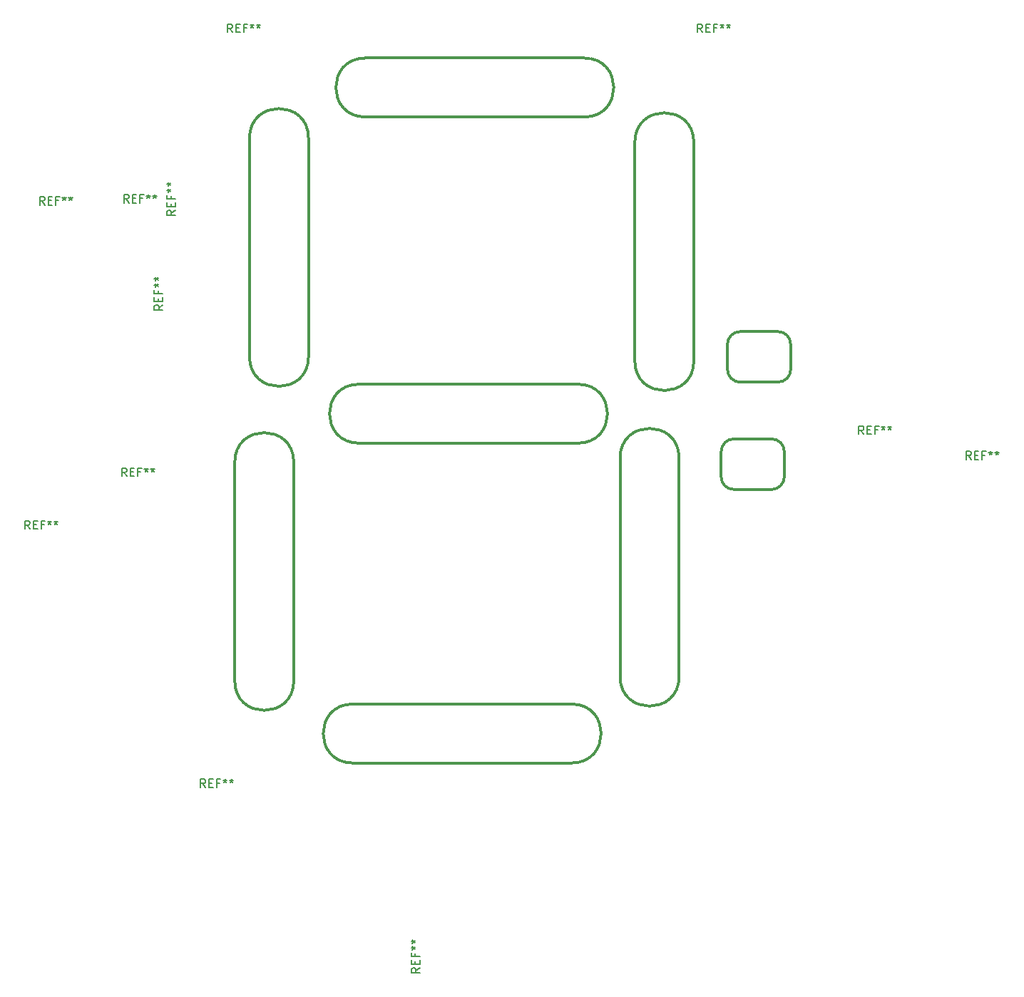
<source format=gbr>
G04 #@! TF.GenerationSoftware,KiCad,Pcbnew,(5.0.0)*
G04 #@! TF.CreationDate,2020-08-12T18:59:31-04:00*
G04 #@! TF.ProjectId,WS2812 Clock,57533238313220436C6F636B2E6B6963,rev?*
G04 #@! TF.SameCoordinates,Original*
G04 #@! TF.FileFunction,Legend,Top*
G04 #@! TF.FilePolarity,Positive*
%FSLAX46Y46*%
G04 Gerber Fmt 4.6, Leading zero omitted, Abs format (unit mm)*
G04 Created by KiCad (PCBNEW (5.0.0)) date 08/12/20 18:59:31*
%MOMM*%
%LPD*%
G01*
G04 APERTURE LIST*
%ADD10C,0.300000*%
%ADD11C,0.150000*%
G04 APERTURE END LIST*
D10*
G04 #@! TO.C,REF\002A\002A*
X236750000Y-70500000D02*
X241250000Y-70500000D01*
X236750000Y-70500000D02*
G75*
G02X235250000Y-69000000I0J1500000D01*
G01*
X235250000Y-66000000D02*
X235250000Y-69000000D01*
X235250000Y-66000000D02*
G75*
G02X236750000Y-64500000I1500000J0D01*
G01*
X241250000Y-64500000D02*
X236750000Y-64500000D01*
X241250000Y-64500000D02*
G75*
G02X242750000Y-66000000I0J-1500000D01*
G01*
X242750000Y-69000000D02*
G75*
G02X241250000Y-70500000I-1500000J0D01*
G01*
X242750000Y-69000000D02*
X242750000Y-66000000D01*
X192250000Y-39000000D02*
X218250000Y-39000000D01*
X218250000Y-32000000D02*
X192250000Y-32000000D01*
X218250000Y-39000000D02*
G75*
G03X218250000Y-32000000I0J3500000D01*
G01*
X192250000Y-39000000D02*
G75*
G02X192250000Y-32000000I0J3500000D01*
G01*
X217500000Y-70750000D02*
X191500000Y-70750000D01*
X191500000Y-77750000D02*
X217500000Y-77750000D01*
X191500000Y-70750000D02*
G75*
G03X191500000Y-77750000I0J-3500000D01*
G01*
X217500000Y-70750000D02*
G75*
G02X217500000Y-77750000I0J-3500000D01*
G01*
X178500000Y-41500000D02*
X178500000Y-67500000D01*
X185500000Y-67500000D02*
X185500000Y-41500000D01*
X178500000Y-67500000D02*
G75*
G03X185500000Y-67500000I3500000J0D01*
G01*
X178500000Y-41500000D02*
G75*
G02X185500000Y-41500000I3500000J0D01*
G01*
X222500000Y-79500000D02*
X222500000Y-105500000D01*
X229500000Y-105500000D02*
X229500000Y-79500000D01*
X222500000Y-105500000D02*
G75*
G03X229500000Y-105500000I3500000J0D01*
G01*
X222500000Y-79500000D02*
G75*
G02X229500000Y-79500000I3500000J0D01*
G01*
X176750000Y-80000000D02*
X176750000Y-106000000D01*
X183750000Y-106000000D02*
X183750000Y-80000000D01*
X176750000Y-106000000D02*
G75*
G03X183750000Y-106000000I3500000J0D01*
G01*
X176750000Y-80000000D02*
G75*
G02X183750000Y-80000000I3500000J0D01*
G01*
X190750000Y-115750000D02*
X216750000Y-115750000D01*
X216750000Y-108750000D02*
X190750000Y-108750000D01*
X216750000Y-115750000D02*
G75*
G03X216750000Y-108750000I0J3500000D01*
G01*
X190750000Y-115750000D02*
G75*
G02X190750000Y-108750000I0J3500000D01*
G01*
X224250000Y-42000000D02*
X224250000Y-68000000D01*
X231250000Y-68000000D02*
X231250000Y-42000000D01*
X224250000Y-68000000D02*
G75*
G03X231250000Y-68000000I3500000J0D01*
G01*
X224250000Y-42000000D02*
G75*
G02X231250000Y-42000000I3500000J0D01*
G01*
X242000000Y-81750000D02*
X242000000Y-78750000D01*
X242000000Y-81750000D02*
G75*
G02X240500000Y-83250000I-1500000J0D01*
G01*
X240500000Y-77250000D02*
G75*
G02X242000000Y-78750000I0J-1500000D01*
G01*
X240500000Y-77250000D02*
X236000000Y-77250000D01*
X234500000Y-78750000D02*
G75*
G02X236000000Y-77250000I1500000J0D01*
G01*
X234500000Y-78750000D02*
X234500000Y-81750000D01*
X236000000Y-83250000D02*
G75*
G02X234500000Y-81750000I0J1500000D01*
G01*
X236000000Y-83250000D02*
X240500000Y-83250000D01*
D11*
X264166666Y-79702380D02*
X263833333Y-79226190D01*
X263595238Y-79702380D02*
X263595238Y-78702380D01*
X263976190Y-78702380D01*
X264071428Y-78750000D01*
X264119047Y-78797619D01*
X264166666Y-78892857D01*
X264166666Y-79035714D01*
X264119047Y-79130952D01*
X264071428Y-79178571D01*
X263976190Y-79226190D01*
X263595238Y-79226190D01*
X264595238Y-79178571D02*
X264928571Y-79178571D01*
X265071428Y-79702380D02*
X264595238Y-79702380D01*
X264595238Y-78702380D01*
X265071428Y-78702380D01*
X265833333Y-79178571D02*
X265500000Y-79178571D01*
X265500000Y-79702380D02*
X265500000Y-78702380D01*
X265976190Y-78702380D01*
X266500000Y-78702380D02*
X266500000Y-78940476D01*
X266261904Y-78845238D02*
X266500000Y-78940476D01*
X266738095Y-78845238D01*
X266357142Y-79130952D02*
X266500000Y-78940476D01*
X266642857Y-79130952D01*
X267261904Y-78702380D02*
X267261904Y-78940476D01*
X267023809Y-78845238D02*
X267261904Y-78940476D01*
X267500000Y-78845238D01*
X267119047Y-79130952D02*
X267261904Y-78940476D01*
X267404761Y-79130952D01*
X168202380Y-61333333D02*
X167726190Y-61666666D01*
X168202380Y-61904761D02*
X167202380Y-61904761D01*
X167202380Y-61523809D01*
X167250000Y-61428571D01*
X167297619Y-61380952D01*
X167392857Y-61333333D01*
X167535714Y-61333333D01*
X167630952Y-61380952D01*
X167678571Y-61428571D01*
X167726190Y-61523809D01*
X167726190Y-61904761D01*
X167678571Y-60904761D02*
X167678571Y-60571428D01*
X168202380Y-60428571D02*
X168202380Y-60904761D01*
X167202380Y-60904761D01*
X167202380Y-60428571D01*
X167678571Y-59666666D02*
X167678571Y-60000000D01*
X168202380Y-60000000D02*
X167202380Y-60000000D01*
X167202380Y-59523809D01*
X167202380Y-59000000D02*
X167440476Y-59000000D01*
X167345238Y-59238095D02*
X167440476Y-59000000D01*
X167345238Y-58761904D01*
X167630952Y-59142857D02*
X167440476Y-59000000D01*
X167630952Y-58857142D01*
X167202380Y-58238095D02*
X167440476Y-58238095D01*
X167345238Y-58476190D02*
X167440476Y-58238095D01*
X167345238Y-58000000D01*
X167630952Y-58380952D02*
X167440476Y-58238095D01*
X167630952Y-58095238D01*
X169702380Y-50083333D02*
X169226190Y-50416666D01*
X169702380Y-50654761D02*
X168702380Y-50654761D01*
X168702380Y-50273809D01*
X168750000Y-50178571D01*
X168797619Y-50130952D01*
X168892857Y-50083333D01*
X169035714Y-50083333D01*
X169130952Y-50130952D01*
X169178571Y-50178571D01*
X169226190Y-50273809D01*
X169226190Y-50654761D01*
X169178571Y-49654761D02*
X169178571Y-49321428D01*
X169702380Y-49178571D02*
X169702380Y-49654761D01*
X168702380Y-49654761D01*
X168702380Y-49178571D01*
X169178571Y-48416666D02*
X169178571Y-48750000D01*
X169702380Y-48750000D02*
X168702380Y-48750000D01*
X168702380Y-48273809D01*
X168702380Y-47750000D02*
X168940476Y-47750000D01*
X168845238Y-47988095D02*
X168940476Y-47750000D01*
X168845238Y-47511904D01*
X169130952Y-47892857D02*
X168940476Y-47750000D01*
X169130952Y-47607142D01*
X168702380Y-46988095D02*
X168940476Y-46988095D01*
X168845238Y-47226190D02*
X168940476Y-46988095D01*
X168845238Y-46750000D01*
X169130952Y-47130952D02*
X168940476Y-46988095D01*
X169130952Y-46845238D01*
X154166666Y-49452380D02*
X153833333Y-48976190D01*
X153595238Y-49452380D02*
X153595238Y-48452380D01*
X153976190Y-48452380D01*
X154071428Y-48500000D01*
X154119047Y-48547619D01*
X154166666Y-48642857D01*
X154166666Y-48785714D01*
X154119047Y-48880952D01*
X154071428Y-48928571D01*
X153976190Y-48976190D01*
X153595238Y-48976190D01*
X154595238Y-48928571D02*
X154928571Y-48928571D01*
X155071428Y-49452380D02*
X154595238Y-49452380D01*
X154595238Y-48452380D01*
X155071428Y-48452380D01*
X155833333Y-48928571D02*
X155500000Y-48928571D01*
X155500000Y-49452380D02*
X155500000Y-48452380D01*
X155976190Y-48452380D01*
X156500000Y-48452380D02*
X156500000Y-48690476D01*
X156261904Y-48595238D02*
X156500000Y-48690476D01*
X156738095Y-48595238D01*
X156357142Y-48880952D02*
X156500000Y-48690476D01*
X156642857Y-48880952D01*
X157261904Y-48452380D02*
X157261904Y-48690476D01*
X157023809Y-48595238D02*
X157261904Y-48690476D01*
X157500000Y-48595238D01*
X157119047Y-48880952D02*
X157261904Y-48690476D01*
X157404761Y-48880952D01*
X163916666Y-81702380D02*
X163583333Y-81226190D01*
X163345238Y-81702380D02*
X163345238Y-80702380D01*
X163726190Y-80702380D01*
X163821428Y-80750000D01*
X163869047Y-80797619D01*
X163916666Y-80892857D01*
X163916666Y-81035714D01*
X163869047Y-81130952D01*
X163821428Y-81178571D01*
X163726190Y-81226190D01*
X163345238Y-81226190D01*
X164345238Y-81178571D02*
X164678571Y-81178571D01*
X164821428Y-81702380D02*
X164345238Y-81702380D01*
X164345238Y-80702380D01*
X164821428Y-80702380D01*
X165583333Y-81178571D02*
X165250000Y-81178571D01*
X165250000Y-81702380D02*
X165250000Y-80702380D01*
X165726190Y-80702380D01*
X166250000Y-80702380D02*
X166250000Y-80940476D01*
X166011904Y-80845238D02*
X166250000Y-80940476D01*
X166488095Y-80845238D01*
X166107142Y-81130952D02*
X166250000Y-80940476D01*
X166392857Y-81130952D01*
X167011904Y-80702380D02*
X167011904Y-80940476D01*
X166773809Y-80845238D02*
X167011904Y-80940476D01*
X167250000Y-80845238D01*
X166869047Y-81130952D02*
X167011904Y-80940476D01*
X167154761Y-81130952D01*
X152416666Y-87952380D02*
X152083333Y-87476190D01*
X151845238Y-87952380D02*
X151845238Y-86952380D01*
X152226190Y-86952380D01*
X152321428Y-87000000D01*
X152369047Y-87047619D01*
X152416666Y-87142857D01*
X152416666Y-87285714D01*
X152369047Y-87380952D01*
X152321428Y-87428571D01*
X152226190Y-87476190D01*
X151845238Y-87476190D01*
X152845238Y-87428571D02*
X153178571Y-87428571D01*
X153321428Y-87952380D02*
X152845238Y-87952380D01*
X152845238Y-86952380D01*
X153321428Y-86952380D01*
X154083333Y-87428571D02*
X153750000Y-87428571D01*
X153750000Y-87952380D02*
X153750000Y-86952380D01*
X154226190Y-86952380D01*
X154750000Y-86952380D02*
X154750000Y-87190476D01*
X154511904Y-87095238D02*
X154750000Y-87190476D01*
X154988095Y-87095238D01*
X154607142Y-87380952D02*
X154750000Y-87190476D01*
X154892857Y-87380952D01*
X155511904Y-86952380D02*
X155511904Y-87190476D01*
X155273809Y-87095238D02*
X155511904Y-87190476D01*
X155750000Y-87095238D01*
X155369047Y-87380952D02*
X155511904Y-87190476D01*
X155654761Y-87380952D01*
X198702380Y-140083333D02*
X198226190Y-140416666D01*
X198702380Y-140654761D02*
X197702380Y-140654761D01*
X197702380Y-140273809D01*
X197750000Y-140178571D01*
X197797619Y-140130952D01*
X197892857Y-140083333D01*
X198035714Y-140083333D01*
X198130952Y-140130952D01*
X198178571Y-140178571D01*
X198226190Y-140273809D01*
X198226190Y-140654761D01*
X198178571Y-139654761D02*
X198178571Y-139321428D01*
X198702380Y-139178571D02*
X198702380Y-139654761D01*
X197702380Y-139654761D01*
X197702380Y-139178571D01*
X198178571Y-138416666D02*
X198178571Y-138750000D01*
X198702380Y-138750000D02*
X197702380Y-138750000D01*
X197702380Y-138273809D01*
X197702380Y-137750000D02*
X197940476Y-137750000D01*
X197845238Y-137988095D02*
X197940476Y-137750000D01*
X197845238Y-137511904D01*
X198130952Y-137892857D02*
X197940476Y-137750000D01*
X198130952Y-137607142D01*
X197702380Y-136988095D02*
X197940476Y-136988095D01*
X197845238Y-137226190D02*
X197940476Y-136988095D01*
X197845238Y-136750000D01*
X198130952Y-137130952D02*
X197940476Y-136988095D01*
X198130952Y-136845238D01*
X164166666Y-49202380D02*
X163833333Y-48726190D01*
X163595238Y-49202380D02*
X163595238Y-48202380D01*
X163976190Y-48202380D01*
X164071428Y-48250000D01*
X164119047Y-48297619D01*
X164166666Y-48392857D01*
X164166666Y-48535714D01*
X164119047Y-48630952D01*
X164071428Y-48678571D01*
X163976190Y-48726190D01*
X163595238Y-48726190D01*
X164595238Y-48678571D02*
X164928571Y-48678571D01*
X165071428Y-49202380D02*
X164595238Y-49202380D01*
X164595238Y-48202380D01*
X165071428Y-48202380D01*
X165833333Y-48678571D02*
X165500000Y-48678571D01*
X165500000Y-49202380D02*
X165500000Y-48202380D01*
X165976190Y-48202380D01*
X166500000Y-48202380D02*
X166500000Y-48440476D01*
X166261904Y-48345238D02*
X166500000Y-48440476D01*
X166738095Y-48345238D01*
X166357142Y-48630952D02*
X166500000Y-48440476D01*
X166642857Y-48630952D01*
X167261904Y-48202380D02*
X167261904Y-48440476D01*
X167023809Y-48345238D02*
X167261904Y-48440476D01*
X167500000Y-48345238D01*
X167119047Y-48630952D02*
X167261904Y-48440476D01*
X167404761Y-48630952D01*
X232266666Y-28952380D02*
X231933333Y-28476190D01*
X231695238Y-28952380D02*
X231695238Y-27952380D01*
X232076190Y-27952380D01*
X232171428Y-28000000D01*
X232219047Y-28047619D01*
X232266666Y-28142857D01*
X232266666Y-28285714D01*
X232219047Y-28380952D01*
X232171428Y-28428571D01*
X232076190Y-28476190D01*
X231695238Y-28476190D01*
X232695238Y-28428571D02*
X233028571Y-28428571D01*
X233171428Y-28952380D02*
X232695238Y-28952380D01*
X232695238Y-27952380D01*
X233171428Y-27952380D01*
X233933333Y-28428571D02*
X233600000Y-28428571D01*
X233600000Y-28952380D02*
X233600000Y-27952380D01*
X234076190Y-27952380D01*
X234600000Y-27952380D02*
X234600000Y-28190476D01*
X234361904Y-28095238D02*
X234600000Y-28190476D01*
X234838095Y-28095238D01*
X234457142Y-28380952D02*
X234600000Y-28190476D01*
X234742857Y-28380952D01*
X235361904Y-27952380D02*
X235361904Y-28190476D01*
X235123809Y-28095238D02*
X235361904Y-28190476D01*
X235600000Y-28095238D01*
X235219047Y-28380952D02*
X235361904Y-28190476D01*
X235504761Y-28380952D01*
X176466666Y-28952380D02*
X176133333Y-28476190D01*
X175895238Y-28952380D02*
X175895238Y-27952380D01*
X176276190Y-27952380D01*
X176371428Y-28000000D01*
X176419047Y-28047619D01*
X176466666Y-28142857D01*
X176466666Y-28285714D01*
X176419047Y-28380952D01*
X176371428Y-28428571D01*
X176276190Y-28476190D01*
X175895238Y-28476190D01*
X176895238Y-28428571D02*
X177228571Y-28428571D01*
X177371428Y-28952380D02*
X176895238Y-28952380D01*
X176895238Y-27952380D01*
X177371428Y-27952380D01*
X178133333Y-28428571D02*
X177800000Y-28428571D01*
X177800000Y-28952380D02*
X177800000Y-27952380D01*
X178276190Y-27952380D01*
X178800000Y-27952380D02*
X178800000Y-28190476D01*
X178561904Y-28095238D02*
X178800000Y-28190476D01*
X179038095Y-28095238D01*
X178657142Y-28380952D02*
X178800000Y-28190476D01*
X178942857Y-28380952D01*
X179561904Y-27952380D02*
X179561904Y-28190476D01*
X179323809Y-28095238D02*
X179561904Y-28190476D01*
X179800000Y-28095238D01*
X179419047Y-28380952D02*
X179561904Y-28190476D01*
X179704761Y-28380952D01*
X173266666Y-118652380D02*
X172933333Y-118176190D01*
X172695238Y-118652380D02*
X172695238Y-117652380D01*
X173076190Y-117652380D01*
X173171428Y-117700000D01*
X173219047Y-117747619D01*
X173266666Y-117842857D01*
X173266666Y-117985714D01*
X173219047Y-118080952D01*
X173171428Y-118128571D01*
X173076190Y-118176190D01*
X172695238Y-118176190D01*
X173695238Y-118128571D02*
X174028571Y-118128571D01*
X174171428Y-118652380D02*
X173695238Y-118652380D01*
X173695238Y-117652380D01*
X174171428Y-117652380D01*
X174933333Y-118128571D02*
X174600000Y-118128571D01*
X174600000Y-118652380D02*
X174600000Y-117652380D01*
X175076190Y-117652380D01*
X175600000Y-117652380D02*
X175600000Y-117890476D01*
X175361904Y-117795238D02*
X175600000Y-117890476D01*
X175838095Y-117795238D01*
X175457142Y-118080952D02*
X175600000Y-117890476D01*
X175742857Y-118080952D01*
X176361904Y-117652380D02*
X176361904Y-117890476D01*
X176123809Y-117795238D02*
X176361904Y-117890476D01*
X176600000Y-117795238D01*
X176219047Y-118080952D02*
X176361904Y-117890476D01*
X176504761Y-118080952D01*
X251416666Y-76702380D02*
X251083333Y-76226190D01*
X250845238Y-76702380D02*
X250845238Y-75702380D01*
X251226190Y-75702380D01*
X251321428Y-75750000D01*
X251369047Y-75797619D01*
X251416666Y-75892857D01*
X251416666Y-76035714D01*
X251369047Y-76130952D01*
X251321428Y-76178571D01*
X251226190Y-76226190D01*
X250845238Y-76226190D01*
X251845238Y-76178571D02*
X252178571Y-76178571D01*
X252321428Y-76702380D02*
X251845238Y-76702380D01*
X251845238Y-75702380D01*
X252321428Y-75702380D01*
X253083333Y-76178571D02*
X252750000Y-76178571D01*
X252750000Y-76702380D02*
X252750000Y-75702380D01*
X253226190Y-75702380D01*
X253750000Y-75702380D02*
X253750000Y-75940476D01*
X253511904Y-75845238D02*
X253750000Y-75940476D01*
X253988095Y-75845238D01*
X253607142Y-76130952D02*
X253750000Y-75940476D01*
X253892857Y-76130952D01*
X254511904Y-75702380D02*
X254511904Y-75940476D01*
X254273809Y-75845238D02*
X254511904Y-75940476D01*
X254750000Y-75845238D01*
X254369047Y-76130952D02*
X254511904Y-75940476D01*
X254654761Y-76130952D01*
G04 #@! TD*
M02*

</source>
